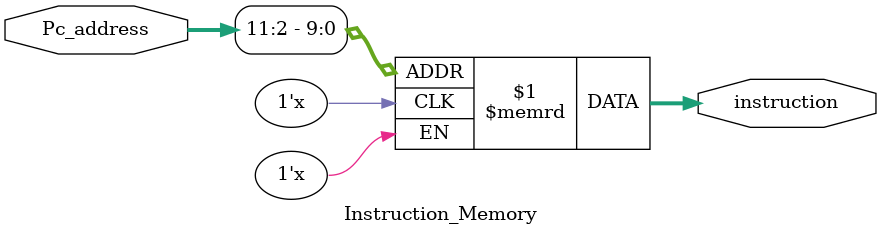
<source format=sv>
module Instruction_Memory(
	input logic [31:0] Pc_address,
	output logic [31:0] instruction
);
	
	logic [31:0] memory [0:1023];

	assign instruction = memory[Pc_address[11:2]];

endmodule
</source>
